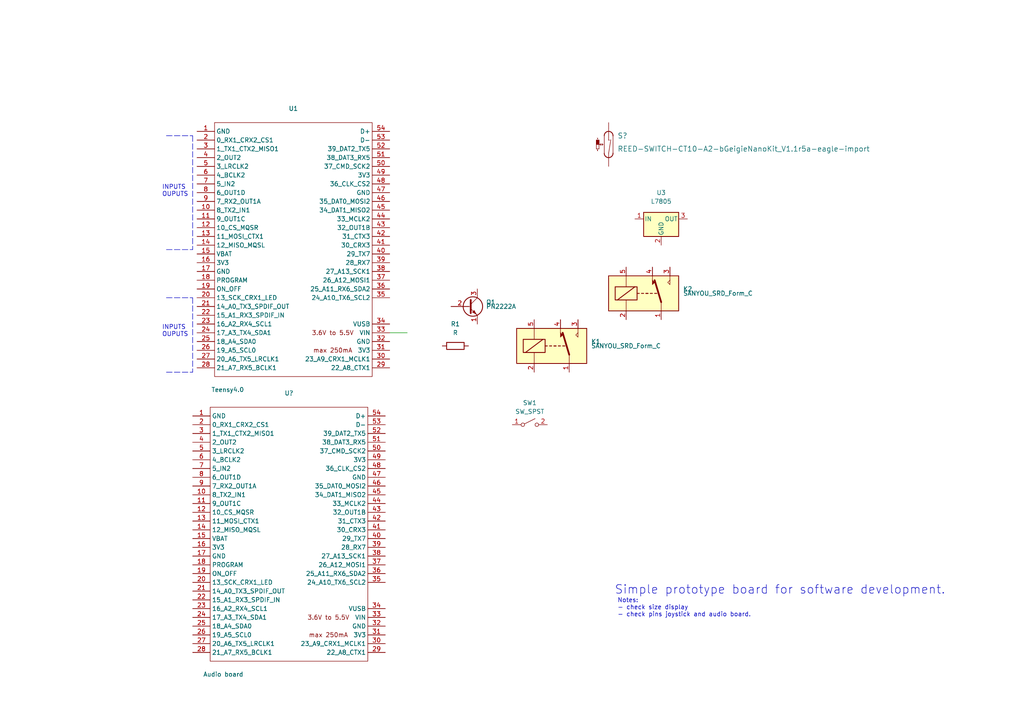
<source format=kicad_sch>
(kicad_sch (version 20200714) (host eeschema "5.99.0-unknown-a61ea1f~89~ubuntu20.04.1")
  (page 1 1)
  (paper "A4")
  (title_block (title "Simple Prototype board") (date "2020-06-23"))
  (lib_symbols
    (symbol "Device:R" (pin_numbers hide) (pin_names (offset 0))
      (property "Reference" "R" (at 2.032 0 90))
      (property "Value" "R" (at 0 0 90))
      (symbol "R_0_1"
        (rectangle (start -1.016 -2.54) (end 1.016 2.54) (stroke (width 0.254)))
      )
      (symbol "R_1_1"
        (pin passive line (at 0 3.81 270) (length 1.27) (name "~") (number "1"))
        (pin passive line (at 0 -3.81 90) (length 1.27) (name "~") (number "2"))
      )
    )
    (symbol "Regulator_Linear:L7805" (pin_names (offset 0.254))
      (property "Reference" "U" (at -3.81 3.175 0))
      (property "Value" "L7805" (at 0 3.175 0))
      (symbol "L7805_0_1"
        (rectangle (start -5.08 1.905) (end 5.08 -5.08) (stroke (width 0.254)) (fill (type background)))
      )
      (symbol "L7805_1_1"
        (pin power_in line (at -7.62 0 0) (length 2.54) (name "IN") (number "1"))
        (pin power_in line (at 0 -7.62 90) (length 2.54) (name "GND") (number "2"))
        (pin power_out line (at 7.62 0 180) (length 2.54) (name "OUT") (number "3"))
      )
    )
    (symbol "Relay:SANYOU_SRD_Form_C"
      (property "Reference" "K" (at 11.43 3.81 0))
      (property "Value" "SANYOU_SRD_Form_C" (at 11.43 1.27 0))
      (symbol "SANYOU_SRD_Form_C_0_1"
        (rectangle (start -10.16 5.08) (end 10.16 -5.08) (stroke (width 0.254)) (fill (type background)))
        (rectangle (start -8.255 1.905) (end -1.905 -1.905) (stroke (width 0.254)))
        (polyline (pts (xy -7.62 -1.905) (xy -2.54 1.905)) (stroke (width 0.254)))
        (polyline (pts (xy -5.08 -5.08) (xy -5.08 -1.905)))
        (polyline (pts (xy -5.08 5.08) (xy -5.08 1.905)))
        (polyline (pts (xy -1.905 0) (xy -1.27 0)) (stroke (width 0.254)))
        (polyline (pts (xy -0.635 0) (xy 0 0)) (stroke (width 0.254)))
        (polyline (pts (xy 0.635 0) (xy 1.27 0)) (stroke (width 0.254)))
        (polyline (pts (xy 0.635 0) (xy 1.27 0)) (stroke (width 0.254)))
        (polyline (pts (xy 1.905 0) (xy 2.54 0)) (stroke (width 0.254)))
        (polyline (pts (xy 3.175 0) (xy 3.81 0)) (stroke (width 0.254)))
        (polyline (pts (xy 5.08 -2.54) (xy 3.175 3.81)) (stroke (width 0.508)))
        (polyline (pts (xy 5.08 -2.54) (xy 5.08 -5.08)))
      )
      (symbol "SANYOU_SRD_Form_C_0_0"
        (polyline (pts (xy 2.54 3.81) (xy 2.54 5.08)))
        (polyline (pts (xy 7.62 3.81) (xy 7.62 5.08)))
        (polyline (pts (xy 7.62 3.81) (xy 7.62 2.54) (xy 6.985 3.175) (xy 7.62 3.81)))
      )
      (symbol "SANYOU_SRD_Form_C_1_1"
        (polyline (pts (xy 2.54 3.81) (xy 3.175 3.175) (xy 2.54 2.54) (xy 2.54 3.81)) (fill (type outline)))
        (pin passive line (at 5.08 -7.62 90) (length 2.54) (name "~") (number "1"))
        (pin passive line (at -5.08 -7.62 90) (length 2.54) (name "~") (number "2"))
        (pin passive line (at 7.62 7.62 270) (length 2.54) (name "~") (number "3"))
        (pin passive line (at 2.54 7.62 270) (length 2.54) (name "~") (number "4"))
        (pin passive line (at -5.08 7.62 270) (length 2.54) (name "~") (number "5"))
      )
    )
    (symbol "Switch:SW_SPST" (pin_names (offset 0) hide)
      (property "Reference" "SW" (at 0 3.175 0))
      (property "Value" "SW_SPST" (at 0 -2.54 0))
      (symbol "SW_SPST_0_0"
        (circle (center -2.032 0) (radius 0.508))
        (circle (center 2.032 0) (radius 0.508))
        (polyline (pts (xy -1.524 0.254) (xy 1.524 1.778)))
      )
      (symbol "SW_SPST_1_1"
        (pin passive line (at -5.08 0 0) (length 2.54) (name "A") (number "1"))
        (pin passive line (at 5.08 0 180) (length 2.54) (name "B") (number "2"))
      )
    )
    (symbol "Teensy4:Teensy4.0"
      (property "Reference" "U" (at 0 39.37 0))
      (property "Value" "Teensy4.0" (at 0 -39.37 0))
      (symbol "Teensy4.0_0_0"
        (text "3.6V to 5.5V" (at 11.43 -24.13 0) (effects (font (size 1.27 1.27))))
        (text "max 250mA" (at 11.43 -29.21 0) (effects (font (size 1.27 1.27))))
        (pin bidirectional line (at -27.94 11.43 0) (length 5.08) (name "8_TX2_IN1") (number "10"))
        (pin bidirectional line (at -27.94 8.89 0) (length 5.08) (name "9_OUT1C") (number "11"))
        (pin bidirectional line (at -27.94 6.35 0) (length 5.08) (name "10_CS_MQSR") (number "12"))
        (pin bidirectional line (at -27.94 3.81 0) (length 5.08) (name "11_MOSI_CTX1") (number "13"))
        (pin bidirectional line (at -27.94 1.27 0) (length 5.08) (name "12_MISO_MQSL") (number "14"))
        (pin power_in line (at -27.94 -1.27 0) (length 5.08) (name "VBAT") (number "15"))
        (pin power_in line (at -27.94 -3.81 0) (length 5.08) (name "3V3") (number "16"))
        (pin power_in line (at -27.94 -6.35 0) (length 5.08) (name "GND") (number "17"))
        (pin input line (at -27.94 -8.89 0) (length 5.08) (name "PROGRAM") (number "18"))
        (pin input line (at -27.94 -11.43 0) (length 5.08) (name "ON_OFF") (number "19"))
        (pin bidirectional line (at -27.94 -13.97 0) (length 5.08) (name "13_SCK_CRX1_LED") (number "20"))
        (pin bidirectional line (at -27.94 -16.51 0) (length 5.08) (name "14_A0_TX3_SPDIF_OUT") (number "21"))
        (pin bidirectional line (at -27.94 -19.05 0) (length 5.08) (name "15_A1_RX3_SPDIF_IN") (number "22"))
        (pin bidirectional line (at -27.94 -21.59 0) (length 5.08) (name "16_A2_RX4_SCL1") (number "23"))
        (pin bidirectional line (at -27.94 -24.13 0) (length 5.08) (name "17_A3_TX4_SDA1") (number "24"))
        (pin bidirectional line (at -27.94 -26.67 0) (length 5.08) (name "18_A4_SDA0") (number "25"))
        (pin bidirectional line (at -27.94 -29.21 0) (length 5.08) (name "19_A5_SCL0") (number "26"))
        (pin bidirectional line (at -27.94 -31.75 0) (length 5.08) (name "20_A6_TX5_LRCLK1") (number "27"))
        (pin bidirectional line (at -27.94 -34.29 0) (length 5.08) (name "21_A7_RX5_BCLK1") (number "28"))
        (pin bidirectional line (at 27.94 -34.29 180) (length 5.08) (name "22_A8_CTX1") (number "29"))
        (pin bidirectional line (at 27.94 -31.75 180) (length 5.08) (name "23_A9_CRX1_MCLK1") (number "30"))
        (pin power_out line (at 27.94 -29.21 180) (length 5.08) (name "3V3") (number "31"))
        (pin power_in line (at 27.94 -26.67 180) (length 5.08) (name "GND") (number "32"))
        (pin power_in line (at 27.94 -24.13 180) (length 5.08) (name "VIN") (number "33"))
        (pin power_out line (at 27.94 -21.59 180) (length 5.08) (name "VUSB") (number "34"))
        (pin bidirectional line (at 27.94 -13.97 180) (length 5.08) (name "24_A10_TX6_SCL2") (number "35"))
        (pin bidirectional line (at 27.94 -11.43 180) (length 5.08) (name "25_A11_RX6_SDA2") (number "36"))
        (pin bidirectional line (at 27.94 -8.89 180) (length 5.08) (name "26_A12_MOSI1") (number "37"))
        (pin bidirectional line (at 27.94 -6.35 180) (length 5.08) (name "27_A13_SCK1") (number "38"))
        (pin bidirectional line (at 27.94 -3.81 180) (length 5.08) (name "28_RX7") (number "39"))
        (pin bidirectional line (at 27.94 -1.27 180) (length 5.08) (name "29_TX7") (number "40"))
        (pin bidirectional line (at 27.94 1.27 180) (length 5.08) (name "30_CRX3") (number "41"))
        (pin bidirectional line (at 27.94 3.81 180) (length 5.08) (name "31_CTX3") (number "42"))
        (pin bidirectional line (at 27.94 6.35 180) (length 5.08) (name "32_OUT1B") (number "43"))
        (pin bidirectional line (at 27.94 8.89 180) (length 5.08) (name "33_MCLK2") (number "44"))
        (pin bidirectional line (at 27.94 11.43 180) (length 5.08) (name "34_DAT1_MISO2") (number "45"))
        (pin bidirectional line (at 27.94 13.97 180) (length 5.08) (name "35_DAT0_MOSI2") (number "46"))
        (pin power_out line (at 27.94 16.51 180) (length 5.08) (name "GND") (number "47"))
        (pin bidirectional line (at 27.94 19.05 180) (length 5.08) (name "36_CLK_CS2") (number "48"))
        (pin power_out line (at 27.94 21.59 180) (length 5.08) (name "3V3") (number "49"))
        (pin bidirectional line (at -27.94 24.13 0) (length 5.08) (name "3_LRCLK2") (number "5"))
        (pin bidirectional line (at 27.94 24.13 180) (length 5.08) (name "37_CMD_SCK2") (number "50"))
        (pin bidirectional line (at 27.94 26.67 180) (length 5.08) (name "38_DAT3_RX5") (number "51"))
        (pin bidirectional line (at 27.94 29.21 180) (length 5.08) (name "39_DAT2_TX5") (number "52"))
        (pin bidirectional line (at 27.94 31.75 180) (length 5.08) (name "D-") (number "53"))
        (pin bidirectional line (at 27.94 34.29 180) (length 5.08) (name "D+") (number "54"))
        (pin bidirectional line (at -27.94 21.59 0) (length 5.08) (name "4_BCLK2") (number "6"))
        (pin bidirectional line (at -27.94 19.05 0) (length 5.08) (name "5_IN2") (number "7"))
        (pin bidirectional line (at -27.94 16.51 0) (length 5.08) (name "6_OUT1D") (number "8"))
        (pin bidirectional line (at -27.94 13.97 0) (length 5.08) (name "7_RX2_OUT1A") (number "9"))
      )
      (symbol "Teensy4.0_0_1"
        (rectangle (start -22.86 36.83) (end 22.86 -36.83))
        (rectangle (start -20.32 -31.75) (end -20.32 -31.75))
      )
      (symbol "Teensy4.0_1_1"
        (pin power_in line (at -27.94 34.29 0) (length 5.08) (name "GND") (number "1"))
        (pin bidirectional line (at -27.94 31.75 0) (length 5.08) (name "0_RX1_CRX2_CS1") (number "2"))
        (pin bidirectional line (at -27.94 29.21 0) (length 5.08) (name "1_TX1_CTX2_MISO1") (number "3"))
        (pin bidirectional line (at -27.94 26.67 0) (length 5.08) (name "2_OUT2") (number "4"))
      )
    )
    (symbol "Transistor_BJT:PN2222A" (pin_names (offset 0) hide)
      (property "Reference" "Q" (at 5.08 1.905 0))
      (property "Value" "PN2222A" (at 5.08 0 0))
      (symbol "PN2222A_0_1"
        (circle (center 1.27 0) (radius 2.8194) (stroke (width 0.254)))
        (polyline (pts (xy 0 0) (xy 0.635 0)))
        (polyline (pts (xy 2.54 -2.54) (xy 0.635 -0.635)))
        (polyline (pts (xy 2.54 2.54) (xy 0.635 0.635)))
        (polyline (pts (xy 0.635 1.905) (xy 0.635 -1.905) (xy 0.635 -1.905)) (stroke (width 0.508)))
        (polyline (pts (xy 2.413 -2.413) (xy 1.905 -1.905) (xy 1.905 -1.905)))
        (polyline (pts (xy 1.143 -1.651) (xy 1.651 -1.143) (xy 2.159 -2.159) (xy 1.143 -1.651) (xy 1.143 -1.651)) (fill (type outline)))
      )
      (symbol "PN2222A_1_1"
        (pin passive line (at 2.54 -5.08 90) (length 2.54) (name "E") (number "1"))
        (pin input line (at -5.08 0 0) (length 5.08) (name "B") (number "2"))
        (pin passive line (at 2.54 5.08 270) (length 2.54) (name "C") (number "3"))
      )
    )
    (symbol "import_from_eagle-rescue:REED-SWITCH-CT10-A2-bGeigieNanoKit_V1.1r5a-eagle-import"
      (property "Reference" "S" (at 2.54 2.54 0))
      (property "Value" "REED-SWITCH-CT10-A2-bGeigieNanoKit_V1.1r5a-eagle-import" (at 2.54 0 0))
      (symbol "REED-SWITCH-CT10-A2-bGeigieNanoKit_V1.1r5a-eagle-import_1_0"
        (arc (start -1.27 -1.27) (end 1.27 -1.27) (radius (at 0 -1.27) (length 1.27) (angles -179.9 -0.1)) (stroke (width 0.254)))
        (arc (start 1.27 3.81) (end -1.27 3.81) (radius (at 0 3.81) (length 1.27) (angles 0.1 179.9)) (stroke (width 0.254)))
        (text "N" (at -3.429 2.794 0) (effects (font (size 0.3302 0.3302)) (justify left bottom)))
        (text "S" (at -3.429 -0.635 0) (effects (font (size 0.3302 0.3302)) (justify left bottom)))
        (rectangle (start -3.556 1.27) (end -2.794 2.54) (fill (type outline)))
        (polyline (pts (xy -3.556 0) (xy -3.556 2.54)))
        (polyline (pts (xy -3.556 2.54) (xy -2.794 2.54)))
        (polyline (pts (xy -2.794 0) (xy -3.556 0)))
        (polyline (pts (xy -2.794 2.54) (xy -2.794 0)))
        (polyline (pts (xy -2.54 1.27) (xy -1.651 1.27)))
        (polyline (pts (xy -2.286 1.016) (xy -2.54 1.27)))
        (polyline (pts (xy -2.286 1.524) (xy -2.54 1.27)))
        (polyline (pts (xy -1.651 1.27) (xy -1.905 1.016)))
        (polyline (pts (xy -1.651 1.27) (xy -1.905 1.524)))
        (polyline (pts (xy -1.27 3.81) (xy -1.27 -1.27)))
        (polyline (pts (xy 0 -2.54) (xy 0 -1.27)))
        (polyline (pts (xy 0 -1.27) (xy 0.635 2.667)))
        (polyline (pts (xy 0 2.54) (xy 0 5.08)))
        (polyline (pts (xy 0.254 2.54) (xy 0 2.54)))
        (polyline (pts (xy 1.27 -1.27) (xy 1.27 3.81)))
        (pin passive line (at 0 7.62 270) (length 2.54) (name "1") (number "1"))
        (pin passive line (at 0 -5.08 90) (length 2.54) (name "2") (number "2"))
      )
    )
  )
  (wire (pts (xy 113.03 96.52) (xy 118.11 96.52)))
  (polyline (pts (xy 48.26 39.37) (xy 55.88 39.37)) (stroke (width 0) (type dash)))
  (polyline (pts (xy 48.26 72.39) (xy 55.88 72.39)) (stroke (width 0) (type dash)))
  (polyline (pts (xy 48.26 86.36) (xy 55.88 86.36)) (stroke (width 0) (type dash)))
  (polyline (pts (xy 48.26 107.95) (xy 55.88 107.95)) (stroke (width 0) (type dash)))
  (polyline (pts (xy 55.88 39.37) (xy 55.88 72.39)) (stroke (width 0) (type dash)))
  (polyline (pts (xy 55.88 86.36) (xy 55.88 107.95)) (stroke (width 0) (type dash)))
  (text "INPUTS\nOUPUTS" (at 46.99 57.15 0) (effects (font (size 1.27 1.27)) (justify left bottom)))
  (text "INPUTS\nOUPUTS" (at 46.99 97.79 0) (effects (font (size 1.27 1.27)) (justify left bottom)))
  (text "Notes:\n- check size display\n- check pins joystick and audio board." (at 179.07 179.07 0) (effects (font (size 1.27 1.27)) (justify left bottom)))
  (text "Simple prototype board for software development." (at 274.2692 172.6184 180) (effects (font (size 2.5 2.5)) (justify right bottom)))
  (symbol (lib_id "Device:R") (at 132.08 100.33 90) (unit 1)
    (property "Reference" "R1" (at 132.08 93.98 90))
    (property "Value" "R" (at 132.08 96.52 90))
    (property "Footprint" "Resistor_THT:R_Axial_DIN0207_L6.3mm_D2.5mm_P10.16mm_Horizontal" (effects hide))
  )
  (symbol (lib_id "Switch:SW_SPST") (at 153.67 123.19 0) (unit 1)
    (property "Reference" "SW1" (at 153.67 116.84 0))
    (property "Value" "SW_SPST" (at 153.67 119.38 0))
  )
  (symbol (lib_id "import_from_eagle-rescue:REED-SWITCH-CT10-A2-bGeigieNanoKit_V1.1r5a-eagle-import") (at 176.53 43.18 0) (unit 1)
    (property "Reference" "S?" (at 179.07 39.37 0) (effects (font (size 1.4986 1.4986)) (justify left)))
    (property "Value" "REED-SWITCH-CT10-A2-bGeigieNanoKit_V1.1r5a-eagle-import" (at 179.07 43.18 0) (effects (font (size 1.4986 1.4986)) (justify left)))
  )
  (symbol (lib_id "Transistor_BJT:PN2222A") (at 135.89 88.9 0) (unit 1)
    (property "Reference" "Q1" (at 140.97 87.63 0) (effects (justify left)))
    (property "Value" "PN2222A" (at 140.97 88.9 0) (effects (justify left)))
    (property "Footprint" "Package_TO_SOT_THT:TO-92_Inline" (effects hide))
    (property "Datasheet" "http://www.fairchildsemi.com/ds/PN/PN2222A.pdf" (effects hide))
  )
  (symbol (lib_id "Regulator_Linear:L7805") (at 191.77 63.5 0) (unit 1)
    (property "Reference" "U3" (at 191.77 55.88 0))
    (property "Value" "L7805" (at 191.77 58.42 0))
    (property "Footprint" "Package_TO_SOT_THT:TO-220-3_Vertical" (effects hide))
    (property "Datasheet" "http://www.st.com/content/ccc/resource/technical/document/datasheet/41/4f/b3/b0/12/d4/47/88/CD00000444.pdf/files/CD00000444.pdf/jcr:content/translations/en.CD00000444.pdf" (effects hide))
  )
  (symbol (lib_id "Relay:SANYOU_SRD_Form_C") (at 160.02 100.33 0) (unit 1)
    (property "Reference" "K1" (at 171.45 99.06 0) (effects (justify left)))
    (property "Value" "SANYOU_SRD_Form_C" (at 171.45 100.33 0) (effects (justify left)))
    (property "Footprint" "Relay_THT:Relay_SPDT_SANYOU_SRD_Series_Form_C" (effects hide))
    (property "Datasheet" "http://www.sanyourelay.ca/public/products/pdf/SRD.pdf" (effects hide))
  )
  (symbol (lib_id "Relay:SANYOU_SRD_Form_C") (at 186.69 85.09 0) (unit 1)
    (property "Reference" "K2" (at 198.12 83.82 0) (effects (justify left)))
    (property "Value" "SANYOU_SRD_Form_C" (at 198.12 85.09 0) (effects (justify left)))
    (property "Footprint" "Relay_THT:Relay_SPDT_SANYOU_SRD_Series_Form_C" (effects hide))
    (property "Datasheet" "http://www.sanyourelay.ca/public/products/pdf/SRD.pdf" (effects hide))
  )
  (symbol (lib_id "Teensy4:Teensy4.0") (at 83.82 154.94 0) (unit 1)
    (property "Reference" "U?" (at 83.82 114.0268 0))
    (property "Value" "Audio board" (at 64.77 195.58 0))
    (property "Footprint" "Teensy:Teensy40" (effects hide))
  )
  (symbol (lib_id "Teensy4:Teensy4.0") (at 85.09 72.39 0) (unit 1)
    (property "Reference" "U1" (at 85.09 31.4768 0))
    (property "Value" "Teensy4.0" (at 66.04 113.03 0))
    (property "Footprint" "Teensy:Teensy40" (effects hide))
  )
)
</source>
